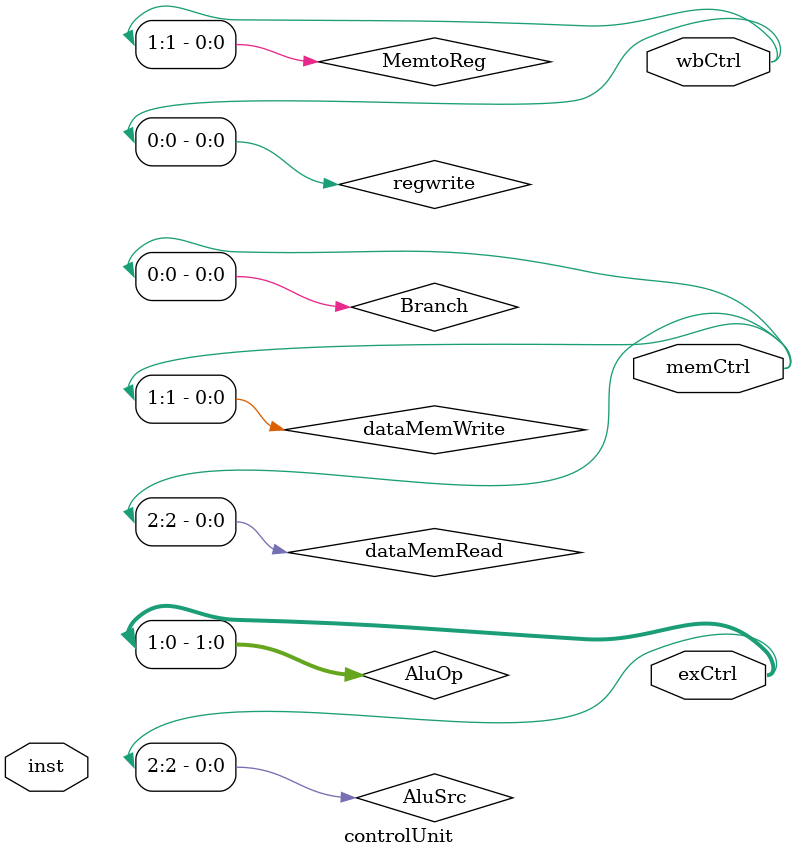
<source format=v>

module controlUnit(
    // current instruction
    input [31:0] inst,

    // CONTROL SIGNALS:
    // control signals for execute stage {AluSrc, AluOp[1:0]}
    output [2:0] exCtrl,

    // for memory stage {dataMemRead, dataMemWrite, Branch}
    output[2:0] memCtrl,

    // for WriteBack Stage {MemtoReg(for Mux select), regwrite(writeback enable)}
    output[1:0] wbCtrl
);
    // EX stage(stage-3)
    reg AluSrc;
    reg [1:0] AluOp;
    assign exCtrl = {AluSrc, AluOp};

    // MEM stage(stage-4)
    reg dataMemRead, dataMemWrite, Branch;
    assign memCtrl = {dataMemRead, dataMemWrite, Branch};
    
    // WB stage(stage-5)
    reg MemtoReg; // mux select signal at writeback stage
    reg regwrite; // write back signal for register file
    assign wbCtrl = {MemtoReg, regwrite};


    // TODO : set control lines based on the instruction!!

endmodule

</source>
